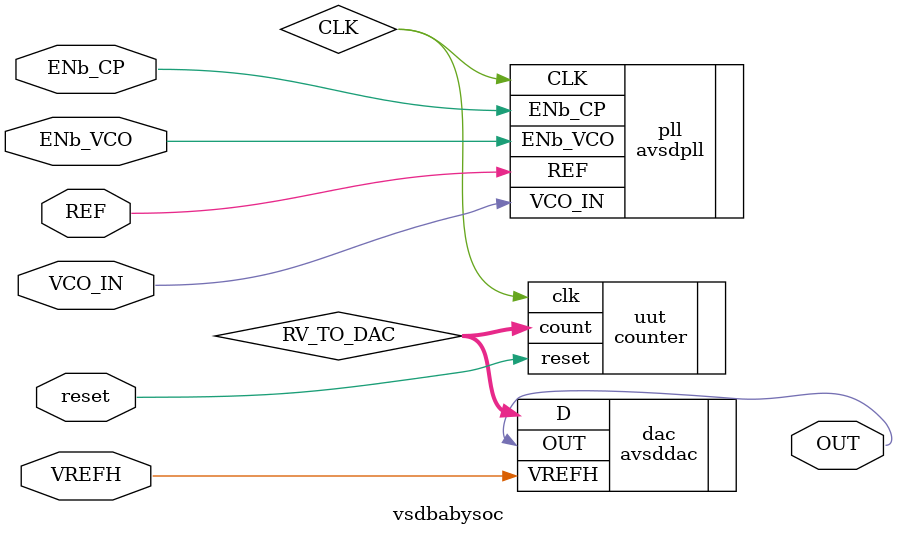
<source format=v>
module vsdbabysoc (
   output wire OUT,
   //
   input  wire reset,
   //
   input  wire VCO_IN,
   input  wire ENb_CP,
   input  wire ENb_VCO,
   input  wire REF,
   //
   // input  wire VREFL,
   input  wire VREFH
);

   wire CLK;
   wire [9:0] RV_TO_DAC;

    counter uut (
        .clk(CLK),
        .reset(reset),
        .count(RV_TO_DAC)
    );
    
   // rvmyth core (
   //    .OUT(RV_TO_DAC),
   //    .CLK(CLK),
   //    .reset(reset)
   // );

   avsdpll pll (
      .CLK(CLK),
      .VCO_IN(VCO_IN),
      .ENb_CP(ENb_CP),
      .ENb_VCO(ENb_VCO),
      .REF(REF)
   );

   avsddac dac (
      .OUT(OUT),
      .D(RV_TO_DAC),
      // .VREFL(VREFL),
      .VREFH(VREFH)
   );
   
endmodule
</source>
